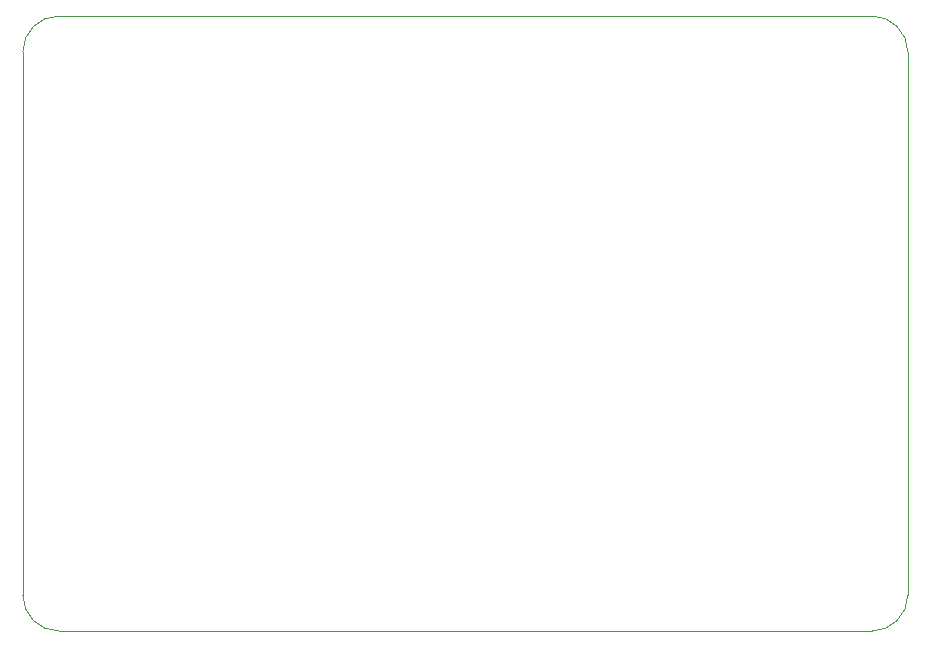
<source format=gbr>
G04 #@! TF.GenerationSoftware,KiCad,Pcbnew,(5.0.0)*
G04 #@! TF.CreationDate,2019-11-16T13:45:37-06:00*
G04 #@! TF.ProjectId,current sensor board,63757272656E742073656E736F722062,rev?*
G04 #@! TF.SameCoordinates,Original*
G04 #@! TF.FileFunction,Profile,NP*
%FSLAX46Y46*%
G04 Gerber Fmt 4.6, Leading zero omitted, Abs format (unit mm)*
G04 Created by KiCad (PCBNEW (5.0.0)) date 11/16/19 13:45:37*
%MOMM*%
%LPD*%
G01*
G04 APERTURE LIST*
%ADD10C,0.100000*%
G04 APERTURE END LIST*
D10*
X85598000Y-59182000D02*
X154432000Y-59182000D01*
X82550000Y-108204000D02*
X82550000Y-62230000D01*
X154432000Y-111252000D02*
X85598000Y-111252000D01*
X157480000Y-62230000D02*
X157480000Y-108204000D01*
X154432000Y-59182000D02*
G75*
G02X157480000Y-62230000I0J-3048000D01*
G01*
X157480000Y-108204000D02*
G75*
G02X154432000Y-111252000I-3048000J0D01*
G01*
X85598000Y-111252000D02*
G75*
G02X82550000Y-108204000I0J3048000D01*
G01*
X82550000Y-62230000D02*
G75*
G02X85598000Y-59182000I3048000J0D01*
G01*
M02*

</source>
